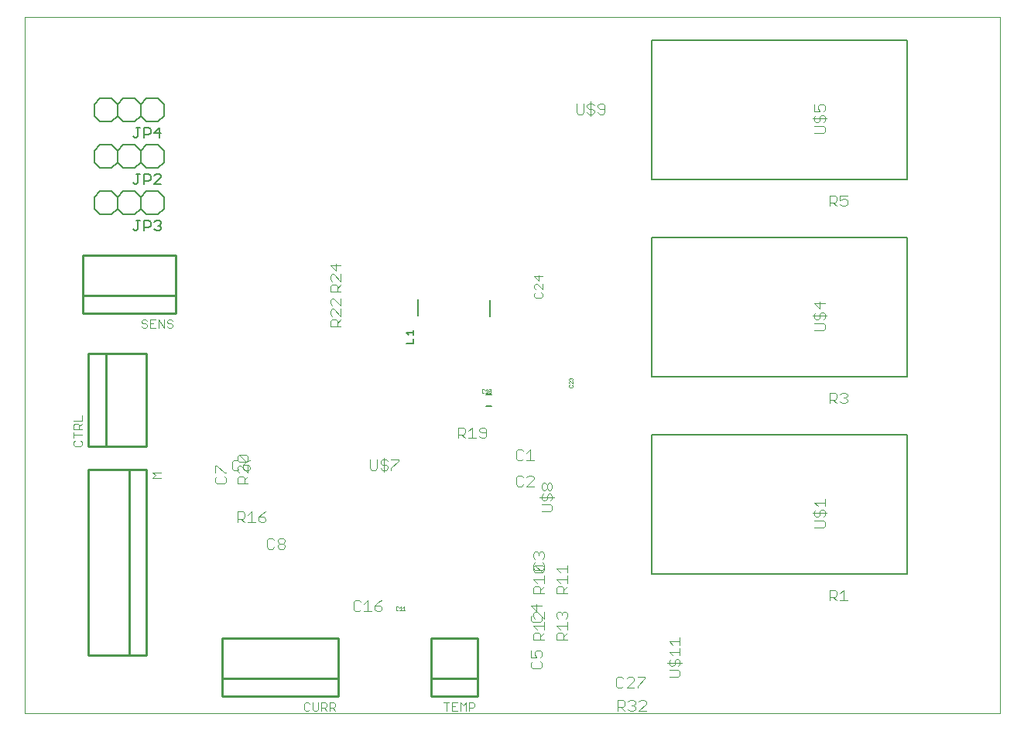
<source format=gto>
G75*
%MOIN*%
%OFA0B0*%
%FSLAX25Y25*%
%IPPOS*%
%LPD*%
%AMOC8*
5,1,8,0,0,1.08239X$1,22.5*
%
%ADD10C,0.00000*%
%ADD11C,0.00400*%
%ADD12C,0.00600*%
%ADD13C,0.00100*%
%ADD14C,0.00300*%
%ADD15C,0.01000*%
%ADD16C,0.00500*%
%ADD17C,0.00700*%
%ADD18C,0.00800*%
D10*
X0001000Y0001667D02*
X0001000Y0301667D01*
X0421000Y0301667D01*
X0421000Y0001667D01*
X0001000Y0001667D01*
D11*
X0105492Y0073384D02*
X0106259Y0072617D01*
X0107794Y0072617D01*
X0108561Y0073384D01*
X0110096Y0073384D02*
X0110863Y0072617D01*
X0112398Y0072617D01*
X0113165Y0073384D01*
X0113165Y0074151D01*
X0112398Y0074919D01*
X0110863Y0074919D01*
X0110096Y0075686D01*
X0110096Y0076453D01*
X0110863Y0077221D01*
X0112398Y0077221D01*
X0113165Y0076453D01*
X0113165Y0075686D01*
X0112398Y0074919D01*
X0110863Y0074919D02*
X0110096Y0074151D01*
X0110096Y0073384D01*
X0108561Y0076453D02*
X0107794Y0077221D01*
X0106259Y0077221D01*
X0105492Y0076453D01*
X0105492Y0073384D01*
X0104210Y0084117D02*
X0104977Y0084884D01*
X0104977Y0085651D01*
X0104210Y0086419D01*
X0101908Y0086419D01*
X0101908Y0084884D01*
X0102675Y0084117D01*
X0104210Y0084117D01*
X0101908Y0086419D02*
X0103442Y0087953D01*
X0104977Y0088721D01*
X0098839Y0088721D02*
X0097304Y0087186D01*
X0095769Y0087953D02*
X0095769Y0086419D01*
X0095002Y0085651D01*
X0092700Y0085651D01*
X0092700Y0084117D02*
X0092700Y0088721D01*
X0095002Y0088721D01*
X0095769Y0087953D01*
X0094235Y0085651D02*
X0095769Y0084117D01*
X0097304Y0084117D02*
X0100373Y0084117D01*
X0098839Y0084117D02*
X0098839Y0088721D01*
X0097300Y0100867D02*
X0092696Y0100867D01*
X0092696Y0103169D01*
X0093463Y0103936D01*
X0094998Y0103936D01*
X0095765Y0103169D01*
X0095765Y0100867D01*
X0095765Y0102401D02*
X0097300Y0103936D01*
X0097300Y0105471D02*
X0094231Y0108540D01*
X0093463Y0108540D01*
X0092696Y0107773D01*
X0092696Y0106238D01*
X0093463Y0105471D01*
X0092794Y0106367D02*
X0093561Y0107134D01*
X0092794Y0106367D02*
X0091259Y0106367D01*
X0090492Y0107134D01*
X0090492Y0110203D01*
X0091259Y0110971D01*
X0092794Y0110971D01*
X0093561Y0110203D01*
X0093463Y0110075D02*
X0092696Y0110842D01*
X0092696Y0112376D01*
X0093463Y0113144D01*
X0096533Y0110075D01*
X0097300Y0110842D01*
X0097300Y0112376D01*
X0096533Y0113144D01*
X0093463Y0113144D01*
X0093463Y0110075D02*
X0096533Y0110075D01*
X0096631Y0110203D02*
X0095096Y0108669D01*
X0097398Y0108669D01*
X0098165Y0107901D01*
X0098165Y0107134D01*
X0097398Y0106367D01*
X0095863Y0106367D01*
X0095096Y0107134D01*
X0095096Y0108669D01*
X0096631Y0110203D02*
X0098165Y0110971D01*
X0097300Y0108540D02*
X0097300Y0105471D01*
X0087800Y0105471D02*
X0087033Y0105471D01*
X0083963Y0108540D01*
X0083196Y0108540D01*
X0083196Y0105471D01*
X0083963Y0103936D02*
X0083196Y0103169D01*
X0083196Y0101634D01*
X0083963Y0100867D01*
X0087033Y0100867D01*
X0087800Y0101634D01*
X0087800Y0103169D01*
X0087033Y0103936D01*
X0059800Y0103184D02*
X0056197Y0103184D01*
X0057398Y0104385D01*
X0056197Y0105586D01*
X0059800Y0105586D01*
X0025800Y0117467D02*
X0025800Y0118668D01*
X0025199Y0119269D01*
X0025800Y0117467D02*
X0025199Y0116867D01*
X0022797Y0116867D01*
X0022197Y0117467D01*
X0022197Y0118668D01*
X0022797Y0119269D01*
X0022197Y0120550D02*
X0022197Y0122952D01*
X0022197Y0121751D02*
X0025800Y0121751D01*
X0025800Y0124233D02*
X0022197Y0124233D01*
X0022197Y0126034D01*
X0022797Y0126635D01*
X0023998Y0126635D01*
X0024599Y0126034D01*
X0024599Y0124233D01*
X0024599Y0125434D02*
X0025800Y0126635D01*
X0025800Y0127916D02*
X0022197Y0127916D01*
X0025800Y0127916D02*
X0025800Y0130318D01*
X0052068Y0167867D02*
X0051467Y0168467D01*
X0052068Y0167867D02*
X0053269Y0167867D01*
X0053869Y0168467D01*
X0053869Y0169068D01*
X0053269Y0169668D01*
X0052068Y0169668D01*
X0051467Y0170269D01*
X0051467Y0170869D01*
X0052068Y0171470D01*
X0053269Y0171470D01*
X0053869Y0170869D01*
X0055151Y0171470D02*
X0055151Y0167867D01*
X0057553Y0167867D01*
X0058834Y0167867D02*
X0058834Y0171470D01*
X0061236Y0167867D01*
X0061236Y0171470D01*
X0062517Y0170869D02*
X0062517Y0170269D01*
X0063117Y0169668D01*
X0064318Y0169668D01*
X0064919Y0169068D01*
X0064919Y0168467D01*
X0064318Y0167867D01*
X0063117Y0167867D01*
X0062517Y0168467D01*
X0062517Y0170869D02*
X0063117Y0171470D01*
X0064318Y0171470D01*
X0064919Y0170869D01*
X0057553Y0171470D02*
X0055151Y0171470D01*
X0055151Y0169668D02*
X0056352Y0169668D01*
X0132696Y0170669D02*
X0132696Y0168367D01*
X0137300Y0168367D01*
X0135765Y0168367D02*
X0135765Y0170669D01*
X0134998Y0171436D01*
X0133463Y0171436D01*
X0132696Y0170669D01*
X0133463Y0172971D02*
X0132696Y0173738D01*
X0132696Y0175273D01*
X0133463Y0176040D01*
X0134231Y0176040D01*
X0137300Y0172971D01*
X0137300Y0176040D01*
X0137300Y0177575D02*
X0134231Y0180644D01*
X0133463Y0180644D01*
X0132696Y0179876D01*
X0132696Y0178342D01*
X0133463Y0177575D01*
X0137300Y0177575D02*
X0137300Y0180644D01*
X0137300Y0183367D02*
X0132696Y0183367D01*
X0132696Y0185669D01*
X0133463Y0186436D01*
X0134998Y0186436D01*
X0135765Y0185669D01*
X0135765Y0183367D01*
X0135765Y0184901D02*
X0137300Y0186436D01*
X0137300Y0187971D02*
X0134231Y0191040D01*
X0133463Y0191040D01*
X0132696Y0190273D01*
X0132696Y0188738D01*
X0133463Y0187971D01*
X0137300Y0187971D02*
X0137300Y0191040D01*
X0134998Y0192575D02*
X0134998Y0195644D01*
X0132696Y0194876D02*
X0134998Y0192575D01*
X0137300Y0194876D02*
X0132696Y0194876D01*
X0137300Y0171436D02*
X0135765Y0169901D01*
X0187700Y0124971D02*
X0190002Y0124971D01*
X0190769Y0124203D01*
X0190769Y0122669D01*
X0190002Y0121901D01*
X0187700Y0121901D01*
X0187700Y0120367D02*
X0187700Y0124971D01*
X0189235Y0121901D02*
X0190769Y0120367D01*
X0192304Y0120367D02*
X0195373Y0120367D01*
X0193839Y0120367D02*
X0193839Y0124971D01*
X0192304Y0123436D01*
X0196908Y0123436D02*
X0196908Y0124203D01*
X0197675Y0124971D01*
X0199210Y0124971D01*
X0199977Y0124203D01*
X0199977Y0121134D01*
X0199210Y0120367D01*
X0197675Y0120367D01*
X0196908Y0121134D01*
X0197675Y0122669D02*
X0199977Y0122669D01*
X0197675Y0122669D02*
X0196908Y0123436D01*
X0212700Y0114703D02*
X0212700Y0111634D01*
X0213467Y0110867D01*
X0215002Y0110867D01*
X0215769Y0111634D01*
X0217304Y0110867D02*
X0220373Y0110867D01*
X0218839Y0110867D02*
X0218839Y0115471D01*
X0217304Y0113936D01*
X0215769Y0114703D02*
X0215002Y0115471D01*
X0213467Y0115471D01*
X0212700Y0114703D01*
X0213467Y0104221D02*
X0212700Y0103453D01*
X0212700Y0100384D01*
X0213467Y0099617D01*
X0215002Y0099617D01*
X0215769Y0100384D01*
X0217304Y0099617D02*
X0220373Y0102686D01*
X0220373Y0103453D01*
X0219606Y0104221D01*
X0218071Y0104221D01*
X0217304Y0103453D01*
X0215769Y0103453D02*
X0215002Y0104221D01*
X0213467Y0104221D01*
X0217304Y0099617D02*
X0220373Y0099617D01*
X0223696Y0100251D02*
X0224463Y0101019D01*
X0225231Y0101019D01*
X0225998Y0100251D01*
X0225998Y0098717D01*
X0225231Y0097950D01*
X0224463Y0097950D01*
X0223696Y0098717D01*
X0223696Y0100251D01*
X0225998Y0100251D02*
X0226765Y0101019D01*
X0227533Y0101019D01*
X0228300Y0100251D01*
X0228300Y0098717D01*
X0227533Y0097950D01*
X0226765Y0097950D01*
X0225998Y0098717D01*
X0226765Y0096415D02*
X0225998Y0095648D01*
X0225998Y0094113D01*
X0225231Y0093346D01*
X0224463Y0093346D01*
X0223696Y0094113D01*
X0223696Y0095648D01*
X0224463Y0096415D01*
X0222929Y0094880D02*
X0229067Y0094880D01*
X0228300Y0094113D02*
X0228300Y0095648D01*
X0227533Y0096415D01*
X0226765Y0096415D01*
X0228300Y0094113D02*
X0227533Y0093346D01*
X0227533Y0091811D02*
X0223696Y0091811D01*
X0223696Y0088742D02*
X0227533Y0088742D01*
X0228300Y0089509D01*
X0228300Y0091044D01*
X0227533Y0091811D01*
X0224033Y0071332D02*
X0223265Y0071332D01*
X0222498Y0070565D01*
X0222498Y0069797D01*
X0222498Y0070565D02*
X0221731Y0071332D01*
X0220963Y0071332D01*
X0220196Y0070565D01*
X0220196Y0069030D01*
X0220963Y0068263D01*
X0220963Y0066728D02*
X0220196Y0065961D01*
X0220196Y0064426D01*
X0220963Y0063659D01*
X0224033Y0063659D01*
X0224800Y0064426D01*
X0224800Y0065961D01*
X0224033Y0066728D01*
X0224033Y0065644D02*
X0220963Y0065644D01*
X0224033Y0062575D01*
X0224800Y0063342D01*
X0224800Y0064876D01*
X0224033Y0065644D01*
X0224033Y0068263D02*
X0224800Y0069030D01*
X0224800Y0070565D01*
X0224033Y0071332D01*
X0220963Y0065644D02*
X0220196Y0064876D01*
X0220196Y0063342D01*
X0220963Y0062575D01*
X0224033Y0062575D01*
X0224800Y0061040D02*
X0224800Y0057971D01*
X0224800Y0059505D02*
X0220196Y0059505D01*
X0221731Y0057971D01*
X0222498Y0056436D02*
X0223265Y0055669D01*
X0223265Y0053367D01*
X0223265Y0054901D02*
X0224800Y0056436D01*
X0222498Y0056436D02*
X0220963Y0056436D01*
X0220196Y0055669D01*
X0220196Y0053367D01*
X0224800Y0053367D01*
X0230196Y0053367D02*
X0230196Y0055669D01*
X0230963Y0056436D01*
X0232498Y0056436D01*
X0233265Y0055669D01*
X0233265Y0053367D01*
X0233265Y0054901D02*
X0234800Y0056436D01*
X0234800Y0057971D02*
X0234800Y0061040D01*
X0234800Y0062575D02*
X0234800Y0065644D01*
X0234800Y0064109D02*
X0230196Y0064109D01*
X0231731Y0062575D01*
X0230196Y0059505D02*
X0234800Y0059505D01*
X0231731Y0057971D02*
X0230196Y0059505D01*
X0230196Y0053367D02*
X0234800Y0053367D01*
X0234033Y0045644D02*
X0234800Y0044876D01*
X0234800Y0043342D01*
X0234033Y0042575D01*
X0234800Y0041040D02*
X0234800Y0037971D01*
X0234800Y0039505D02*
X0230196Y0039505D01*
X0231731Y0037971D01*
X0232498Y0036436D02*
X0230963Y0036436D01*
X0230196Y0035669D01*
X0230196Y0033367D01*
X0234800Y0033367D01*
X0233265Y0033367D02*
X0233265Y0035669D01*
X0232498Y0036436D01*
X0233265Y0034901D02*
X0234800Y0036436D01*
X0230963Y0042575D02*
X0230196Y0043342D01*
X0230196Y0044876D01*
X0230963Y0045644D01*
X0231731Y0045644D01*
X0232498Y0044876D01*
X0233265Y0045644D01*
X0234033Y0045644D01*
X0232498Y0044876D02*
X0232498Y0044109D01*
X0224800Y0042575D02*
X0221731Y0045644D01*
X0220963Y0045644D01*
X0220196Y0044876D01*
X0220196Y0043342D01*
X0220963Y0042575D01*
X0219963Y0041159D02*
X0219196Y0041926D01*
X0219196Y0043461D01*
X0219963Y0044228D01*
X0221498Y0045763D02*
X0219196Y0048065D01*
X0223800Y0048065D01*
X0221498Y0048832D02*
X0221498Y0045763D01*
X0223033Y0044228D02*
X0223800Y0043461D01*
X0223800Y0041926D01*
X0223033Y0041159D01*
X0219963Y0041159D01*
X0220196Y0039505D02*
X0224800Y0039505D01*
X0224800Y0037971D02*
X0224800Y0041040D01*
X0224800Y0042575D02*
X0224800Y0045644D01*
X0220196Y0039505D02*
X0221731Y0037971D01*
X0222498Y0036436D02*
X0223265Y0035669D01*
X0223265Y0033367D01*
X0223265Y0034901D02*
X0224800Y0036436D01*
X0222498Y0036436D02*
X0220963Y0036436D01*
X0220196Y0035669D01*
X0220196Y0033367D01*
X0224800Y0033367D01*
X0223033Y0028832D02*
X0223800Y0028065D01*
X0223800Y0026530D01*
X0223033Y0025763D01*
X0223033Y0024228D02*
X0223800Y0023461D01*
X0223800Y0021926D01*
X0223033Y0021159D01*
X0219963Y0021159D01*
X0219196Y0021926D01*
X0219196Y0023461D01*
X0219963Y0024228D01*
X0219196Y0025763D02*
X0221498Y0025763D01*
X0220731Y0027297D01*
X0220731Y0028065D01*
X0221498Y0028832D01*
X0223033Y0028832D01*
X0219196Y0028832D02*
X0219196Y0025763D01*
X0194919Y0005869D02*
X0194318Y0006470D01*
X0192517Y0006470D01*
X0192517Y0002867D01*
X0192517Y0004068D02*
X0194318Y0004068D01*
X0194919Y0004668D01*
X0194919Y0005869D01*
X0191236Y0006470D02*
X0191236Y0002867D01*
X0188834Y0002867D02*
X0188834Y0006470D01*
X0190035Y0005269D01*
X0191236Y0006470D01*
X0187553Y0006470D02*
X0185151Y0006470D01*
X0185151Y0002867D01*
X0187553Y0002867D01*
X0186352Y0004668D02*
X0185151Y0004668D01*
X0183869Y0006470D02*
X0181467Y0006470D01*
X0182668Y0006470D02*
X0182668Y0002867D01*
X0134919Y0002867D02*
X0133718Y0004068D01*
X0134318Y0004068D02*
X0132517Y0004068D01*
X0132517Y0002867D02*
X0132517Y0006470D01*
X0134318Y0006470D01*
X0134919Y0005869D01*
X0134919Y0004668D01*
X0134318Y0004068D01*
X0131236Y0004668D02*
X0130635Y0004068D01*
X0128834Y0004068D01*
X0130035Y0004068D02*
X0131236Y0002867D01*
X0131236Y0004668D02*
X0131236Y0005869D01*
X0130635Y0006470D01*
X0128834Y0006470D01*
X0128834Y0002867D01*
X0127553Y0003467D02*
X0126952Y0002867D01*
X0125751Y0002867D01*
X0125151Y0003467D01*
X0125151Y0006470D01*
X0123869Y0005869D02*
X0123269Y0006470D01*
X0122068Y0006470D01*
X0121467Y0005869D01*
X0121467Y0003467D01*
X0122068Y0002867D01*
X0123269Y0002867D01*
X0123869Y0003467D01*
X0127553Y0003467D02*
X0127553Y0006470D01*
X0143467Y0045867D02*
X0145002Y0045867D01*
X0145769Y0046634D01*
X0147304Y0045867D02*
X0150373Y0045867D01*
X0148839Y0045867D02*
X0148839Y0050471D01*
X0147304Y0048936D01*
X0145769Y0049703D02*
X0145002Y0050471D01*
X0143467Y0050471D01*
X0142700Y0049703D01*
X0142700Y0046634D01*
X0143467Y0045867D01*
X0151908Y0046634D02*
X0152675Y0045867D01*
X0154210Y0045867D01*
X0154977Y0046634D01*
X0154977Y0047401D01*
X0154210Y0048169D01*
X0151908Y0048169D01*
X0151908Y0046634D01*
X0151908Y0048169D02*
X0153442Y0049703D01*
X0154977Y0050471D01*
X0155921Y0105824D02*
X0155921Y0111962D01*
X0155154Y0111195D02*
X0156689Y0111195D01*
X0157456Y0110428D01*
X0158991Y0111195D02*
X0162060Y0111195D01*
X0162060Y0110428D01*
X0158991Y0107358D01*
X0158991Y0106591D01*
X0157456Y0107358D02*
X0157456Y0108126D01*
X0156689Y0108893D01*
X0155154Y0108893D01*
X0154387Y0109660D01*
X0154387Y0110428D01*
X0155154Y0111195D01*
X0152852Y0111195D02*
X0152852Y0107358D01*
X0152085Y0106591D01*
X0150550Y0106591D01*
X0149783Y0107358D01*
X0149783Y0111195D01*
X0154387Y0107358D02*
X0155154Y0106591D01*
X0156689Y0106591D01*
X0157456Y0107358D01*
X0277929Y0023630D02*
X0284067Y0023630D01*
X0283300Y0022863D02*
X0283300Y0024398D01*
X0282533Y0025165D01*
X0281765Y0025165D01*
X0280998Y0024398D01*
X0280998Y0022863D01*
X0280231Y0022096D01*
X0279463Y0022096D01*
X0278696Y0022863D01*
X0278696Y0024398D01*
X0279463Y0025165D01*
X0280231Y0026700D02*
X0278696Y0028234D01*
X0283300Y0028234D01*
X0283300Y0026700D02*
X0283300Y0029769D01*
X0283300Y0031303D02*
X0283300Y0034373D01*
X0283300Y0032838D02*
X0278696Y0032838D01*
X0280231Y0031303D01*
X0283300Y0022863D02*
X0282533Y0022096D01*
X0282533Y0020561D02*
X0278696Y0020561D01*
X0278696Y0017492D02*
X0282533Y0017492D01*
X0283300Y0018259D01*
X0283300Y0019794D01*
X0282533Y0020561D01*
X0268165Y0017471D02*
X0268165Y0016703D01*
X0265096Y0013634D01*
X0265096Y0012867D01*
X0263561Y0012867D02*
X0260492Y0012867D01*
X0263561Y0015936D01*
X0263561Y0016703D01*
X0262794Y0017471D01*
X0261259Y0017471D01*
X0260492Y0016703D01*
X0258957Y0016703D02*
X0258190Y0017471D01*
X0256656Y0017471D01*
X0255888Y0016703D01*
X0255888Y0013634D01*
X0256656Y0012867D01*
X0258190Y0012867D01*
X0258957Y0013634D01*
X0265096Y0017471D02*
X0268165Y0017471D01*
X0267898Y0007471D02*
X0266363Y0007471D01*
X0265596Y0006703D01*
X0264061Y0006703D02*
X0264061Y0005936D01*
X0263294Y0005169D01*
X0264061Y0004401D01*
X0264061Y0003634D01*
X0263294Y0002867D01*
X0261759Y0002867D01*
X0260992Y0003634D01*
X0259457Y0002867D02*
X0257923Y0004401D01*
X0258690Y0004401D02*
X0256388Y0004401D01*
X0256388Y0002867D02*
X0256388Y0007471D01*
X0258690Y0007471D01*
X0259457Y0006703D01*
X0259457Y0005169D01*
X0258690Y0004401D01*
X0260992Y0006703D02*
X0261759Y0007471D01*
X0263294Y0007471D01*
X0264061Y0006703D01*
X0263294Y0005169D02*
X0262527Y0005169D01*
X0265596Y0002867D02*
X0268665Y0005936D01*
X0268665Y0006703D01*
X0267898Y0007471D01*
X0268665Y0002867D02*
X0265596Y0002867D01*
X0347700Y0050367D02*
X0347700Y0054971D01*
X0350002Y0054971D01*
X0350769Y0054203D01*
X0350769Y0052669D01*
X0350002Y0051901D01*
X0347700Y0051901D01*
X0349235Y0051901D02*
X0350769Y0050367D01*
X0352304Y0050367D02*
X0355373Y0050367D01*
X0353839Y0050367D02*
X0353839Y0054971D01*
X0352304Y0053436D01*
X0345033Y0081867D02*
X0341196Y0081867D01*
X0341196Y0084936D02*
X0345033Y0084936D01*
X0345800Y0084169D01*
X0345800Y0082634D01*
X0345033Y0081867D01*
X0345033Y0086471D02*
X0345800Y0087238D01*
X0345800Y0088773D01*
X0345033Y0089540D01*
X0344265Y0089540D01*
X0343498Y0088773D01*
X0343498Y0087238D01*
X0342731Y0086471D01*
X0341963Y0086471D01*
X0341196Y0087238D01*
X0341196Y0088773D01*
X0341963Y0089540D01*
X0342731Y0091075D02*
X0341196Y0092609D01*
X0345800Y0092609D01*
X0345800Y0091075D02*
X0345800Y0094144D01*
X0346567Y0088005D02*
X0340429Y0088005D01*
X0347700Y0135367D02*
X0347700Y0139971D01*
X0350002Y0139971D01*
X0350769Y0139203D01*
X0350769Y0137669D01*
X0350002Y0136901D01*
X0347700Y0136901D01*
X0349235Y0136901D02*
X0350769Y0135367D01*
X0352304Y0136134D02*
X0353071Y0135367D01*
X0354606Y0135367D01*
X0355373Y0136134D01*
X0355373Y0136901D01*
X0354606Y0137669D01*
X0353839Y0137669D01*
X0354606Y0137669D02*
X0355373Y0138436D01*
X0355373Y0139203D01*
X0354606Y0139971D01*
X0353071Y0139971D01*
X0352304Y0139203D01*
X0345033Y0166867D02*
X0341196Y0166867D01*
X0341196Y0169936D02*
X0345033Y0169936D01*
X0345800Y0169169D01*
X0345800Y0167634D01*
X0345033Y0166867D01*
X0345033Y0171471D02*
X0345800Y0172238D01*
X0345800Y0173773D01*
X0345033Y0174540D01*
X0344265Y0174540D01*
X0343498Y0173773D01*
X0343498Y0172238D01*
X0342731Y0171471D01*
X0341963Y0171471D01*
X0341196Y0172238D01*
X0341196Y0173773D01*
X0341963Y0174540D01*
X0340429Y0173005D02*
X0346567Y0173005D01*
X0343498Y0176075D02*
X0343498Y0179144D01*
X0341196Y0178376D02*
X0343498Y0176075D01*
X0345800Y0178376D02*
X0341196Y0178376D01*
X0347700Y0220367D02*
X0347700Y0224971D01*
X0350002Y0224971D01*
X0350769Y0224203D01*
X0350769Y0222669D01*
X0350002Y0221901D01*
X0347700Y0221901D01*
X0349235Y0221901D02*
X0350769Y0220367D01*
X0352304Y0221134D02*
X0353071Y0220367D01*
X0354606Y0220367D01*
X0355373Y0221134D01*
X0355373Y0222669D01*
X0354606Y0223436D01*
X0353839Y0223436D01*
X0352304Y0222669D01*
X0352304Y0224971D01*
X0355373Y0224971D01*
X0345033Y0251867D02*
X0341196Y0251867D01*
X0341196Y0254936D02*
X0345033Y0254936D01*
X0345800Y0254169D01*
X0345800Y0252634D01*
X0345033Y0251867D01*
X0345033Y0256471D02*
X0345800Y0257238D01*
X0345800Y0258773D01*
X0345033Y0259540D01*
X0344265Y0259540D01*
X0343498Y0258773D01*
X0343498Y0257238D01*
X0342731Y0256471D01*
X0341963Y0256471D01*
X0341196Y0257238D01*
X0341196Y0258773D01*
X0341963Y0259540D01*
X0341196Y0261075D02*
X0343498Y0261075D01*
X0342731Y0262609D01*
X0342731Y0263376D01*
X0343498Y0264144D01*
X0345033Y0264144D01*
X0345800Y0263376D01*
X0345800Y0261842D01*
X0345033Y0261075D01*
X0346567Y0258005D02*
X0340429Y0258005D01*
X0341196Y0261075D02*
X0341196Y0264144D01*
X0250977Y0263828D02*
X0250977Y0260759D01*
X0250210Y0259992D01*
X0248675Y0259992D01*
X0247908Y0260759D01*
X0246373Y0260759D02*
X0246373Y0261526D01*
X0245606Y0262294D01*
X0244071Y0262294D01*
X0243304Y0263061D01*
X0243304Y0263828D01*
X0244071Y0264596D01*
X0245606Y0264596D01*
X0246373Y0263828D01*
X0247908Y0263828D02*
X0247908Y0263061D01*
X0248675Y0262294D01*
X0250977Y0262294D01*
X0250977Y0263828D02*
X0250210Y0264596D01*
X0248675Y0264596D01*
X0247908Y0263828D01*
X0246373Y0260759D02*
X0245606Y0259992D01*
X0244071Y0259992D01*
X0243304Y0260759D01*
X0241769Y0260759D02*
X0241769Y0264596D01*
X0238700Y0264596D02*
X0238700Y0260759D01*
X0239467Y0259992D01*
X0241002Y0259992D01*
X0241769Y0260759D01*
X0244839Y0259224D02*
X0244839Y0265363D01*
D12*
X0202181Y0139029D02*
X0199819Y0139029D01*
X0199819Y0134304D02*
X0202181Y0134304D01*
X0061000Y0219167D02*
X0058500Y0216667D01*
X0053500Y0216667D01*
X0051000Y0219167D01*
X0048500Y0216667D01*
X0043500Y0216667D01*
X0041000Y0219167D01*
X0038500Y0216667D01*
X0033500Y0216667D01*
X0031000Y0219167D01*
X0031000Y0224167D01*
X0033500Y0226667D01*
X0038500Y0226667D01*
X0041000Y0224167D01*
X0043500Y0226667D01*
X0048500Y0226667D01*
X0051000Y0224167D01*
X0053500Y0226667D01*
X0058500Y0226667D01*
X0061000Y0224167D01*
X0061000Y0219167D01*
X0051000Y0219167D02*
X0051000Y0224167D01*
X0041000Y0224167D02*
X0041000Y0219167D01*
X0038500Y0236667D02*
X0033500Y0236667D01*
X0031000Y0239167D01*
X0031000Y0244167D01*
X0033500Y0246667D01*
X0038500Y0246667D01*
X0041000Y0244167D01*
X0043500Y0246667D01*
X0048500Y0246667D01*
X0051000Y0244167D01*
X0053500Y0246667D01*
X0058500Y0246667D01*
X0061000Y0244167D01*
X0061000Y0239167D01*
X0058500Y0236667D01*
X0053500Y0236667D01*
X0051000Y0239167D01*
X0048500Y0236667D01*
X0043500Y0236667D01*
X0041000Y0239167D01*
X0038500Y0236667D01*
X0041000Y0239167D02*
X0041000Y0244167D01*
X0051000Y0244167D02*
X0051000Y0239167D01*
X0048500Y0256667D02*
X0043500Y0256667D01*
X0041000Y0259167D01*
X0038500Y0256667D01*
X0033500Y0256667D01*
X0031000Y0259167D01*
X0031000Y0264167D01*
X0033500Y0266667D01*
X0038500Y0266667D01*
X0041000Y0264167D01*
X0043500Y0266667D01*
X0048500Y0266667D01*
X0051000Y0264167D01*
X0053500Y0266667D01*
X0058500Y0266667D01*
X0061000Y0264167D01*
X0061000Y0259167D01*
X0058500Y0256667D01*
X0053500Y0256667D01*
X0051000Y0259167D01*
X0048500Y0256667D01*
X0051000Y0259167D02*
X0051000Y0264167D01*
X0041000Y0264167D02*
X0041000Y0259167D01*
D13*
X0198050Y0141218D02*
X0198050Y0140217D01*
X0198300Y0139967D01*
X0198801Y0139967D01*
X0199051Y0140217D01*
X0199523Y0139967D02*
X0200524Y0139967D01*
X0200024Y0139967D02*
X0200024Y0141468D01*
X0199523Y0140968D01*
X0199051Y0141218D02*
X0198801Y0141468D01*
X0198300Y0141468D01*
X0198050Y0141218D01*
X0200997Y0141218D02*
X0201247Y0141468D01*
X0201747Y0141468D01*
X0201997Y0141218D01*
X0200997Y0140217D01*
X0201247Y0139967D01*
X0201747Y0139967D01*
X0201997Y0140217D01*
X0201997Y0141218D01*
X0200997Y0141218D02*
X0200997Y0140217D01*
X0235549Y0142547D02*
X0235799Y0142297D01*
X0236800Y0142297D01*
X0237050Y0142547D01*
X0237050Y0143048D01*
X0236800Y0143298D01*
X0237050Y0143770D02*
X0236049Y0144771D01*
X0235799Y0144771D01*
X0235549Y0144521D01*
X0235549Y0144020D01*
X0235799Y0143770D01*
X0235799Y0143298D02*
X0235549Y0143048D01*
X0235549Y0142547D01*
X0237050Y0143770D02*
X0237050Y0144771D01*
X0236800Y0145243D02*
X0237050Y0145494D01*
X0237050Y0145994D01*
X0236800Y0146244D01*
X0236550Y0146244D01*
X0236299Y0145994D01*
X0236299Y0145744D01*
X0236299Y0145994D02*
X0236049Y0146244D01*
X0235799Y0146244D01*
X0235549Y0145994D01*
X0235549Y0145494D01*
X0235799Y0145243D01*
X0164497Y0047718D02*
X0164497Y0046217D01*
X0163997Y0046217D02*
X0164997Y0046217D01*
X0163997Y0047218D02*
X0164497Y0047718D01*
X0163024Y0047718D02*
X0163024Y0046217D01*
X0163524Y0046217D02*
X0162523Y0046217D01*
X0162051Y0046467D02*
X0161801Y0046217D01*
X0161300Y0046217D01*
X0161050Y0046467D01*
X0161050Y0047468D01*
X0161300Y0047718D01*
X0161801Y0047718D01*
X0162051Y0047468D01*
X0162523Y0047218D02*
X0163024Y0047718D01*
D14*
X0221150Y0180793D02*
X0223619Y0180793D01*
X0224236Y0181410D01*
X0224236Y0182645D01*
X0223619Y0183262D01*
X0224236Y0184476D02*
X0221767Y0186945D01*
X0221150Y0186945D01*
X0220533Y0186328D01*
X0220533Y0185093D01*
X0221150Y0184476D01*
X0221150Y0183262D02*
X0220533Y0182645D01*
X0220533Y0181410D01*
X0221150Y0180793D01*
X0224236Y0184476D02*
X0224236Y0186945D01*
X0222384Y0188159D02*
X0222384Y0190628D01*
X0220533Y0190011D02*
X0222384Y0188159D01*
X0220533Y0190011D02*
X0224236Y0190011D01*
D15*
X0066000Y0181667D02*
X0066000Y0174167D01*
X0026000Y0174167D01*
X0026000Y0181667D01*
X0066000Y0181667D01*
X0066000Y0199167D01*
X0026000Y0199167D01*
X0026000Y0181667D01*
X0028500Y0156667D02*
X0036000Y0156667D01*
X0036000Y0116667D01*
X0028500Y0116667D01*
X0028500Y0156667D01*
X0036000Y0156667D02*
X0053500Y0156667D01*
X0053500Y0116667D01*
X0036000Y0116667D01*
X0028500Y0106667D02*
X0046000Y0106667D01*
X0046000Y0026667D01*
X0028500Y0026667D01*
X0028500Y0106667D01*
X0046000Y0106667D02*
X0053500Y0106667D01*
X0053500Y0026667D01*
X0046000Y0026667D01*
X0086000Y0034167D02*
X0086000Y0016667D01*
X0136000Y0016667D01*
X0136000Y0009167D01*
X0086000Y0009167D01*
X0086000Y0016667D01*
X0086000Y0034167D02*
X0136000Y0034167D01*
X0136000Y0016667D01*
X0176000Y0016667D02*
X0176000Y0009167D01*
X0196000Y0009167D01*
X0196000Y0016667D01*
X0176000Y0016667D01*
X0176000Y0034167D01*
X0196000Y0034167D01*
X0196000Y0016667D01*
D16*
X0271000Y0061667D02*
X0381000Y0061667D01*
X0381000Y0121667D01*
X0271000Y0121667D01*
X0271000Y0061667D01*
X0271000Y0146667D02*
X0381000Y0146667D01*
X0381000Y0206667D01*
X0271000Y0206667D01*
X0271000Y0146667D01*
X0271000Y0231667D02*
X0381000Y0231667D01*
X0381000Y0291667D01*
X0271000Y0291667D01*
X0271000Y0231667D01*
X0059949Y0232719D02*
X0059949Y0233470D01*
X0059198Y0234220D01*
X0057697Y0234220D01*
X0056946Y0233470D01*
X0055345Y0233470D02*
X0055345Y0231969D01*
X0054594Y0231218D01*
X0052342Y0231218D01*
X0052342Y0229717D02*
X0052342Y0234220D01*
X0054594Y0234220D01*
X0055345Y0233470D01*
X0056946Y0229717D02*
X0059949Y0232719D01*
X0059949Y0229717D02*
X0056946Y0229717D01*
X0049990Y0230467D02*
X0049990Y0234220D01*
X0049239Y0234220D02*
X0050741Y0234220D01*
X0049990Y0230467D02*
X0049239Y0229717D01*
X0048489Y0229717D01*
X0047738Y0230467D01*
X0049239Y0214220D02*
X0050741Y0214220D01*
X0049990Y0214220D02*
X0049990Y0210467D01*
X0049239Y0209717D01*
X0048489Y0209717D01*
X0047738Y0210467D01*
X0052342Y0209717D02*
X0052342Y0214220D01*
X0054594Y0214220D01*
X0055345Y0213470D01*
X0055345Y0211969D01*
X0054594Y0211218D01*
X0052342Y0211218D01*
X0056946Y0210467D02*
X0057697Y0209717D01*
X0059198Y0209717D01*
X0059949Y0210467D01*
X0059949Y0211218D01*
X0059198Y0211969D01*
X0058447Y0211969D01*
X0059198Y0211969D02*
X0059949Y0212719D01*
X0059949Y0213470D01*
X0059198Y0214220D01*
X0057697Y0214220D01*
X0056946Y0213470D01*
X0059198Y0249717D02*
X0059198Y0254220D01*
X0056946Y0251969D01*
X0059949Y0251969D01*
X0055345Y0251969D02*
X0054594Y0251218D01*
X0052342Y0251218D01*
X0052342Y0249717D02*
X0052342Y0254220D01*
X0054594Y0254220D01*
X0055345Y0253470D01*
X0055345Y0251969D01*
X0050741Y0254220D02*
X0049239Y0254220D01*
X0049990Y0254220D02*
X0049990Y0250467D01*
X0049239Y0249717D01*
X0048489Y0249717D01*
X0047738Y0250467D01*
D17*
X0165347Y0165801D02*
X0168650Y0165801D01*
X0168650Y0164700D02*
X0168650Y0166902D01*
X0166448Y0164700D02*
X0165347Y0165801D01*
X0168650Y0163219D02*
X0168650Y0161017D01*
X0165347Y0161017D01*
D18*
X0170500Y0173167D02*
X0170500Y0180167D01*
X0201500Y0179667D02*
X0201500Y0172667D01*
M02*

</source>
